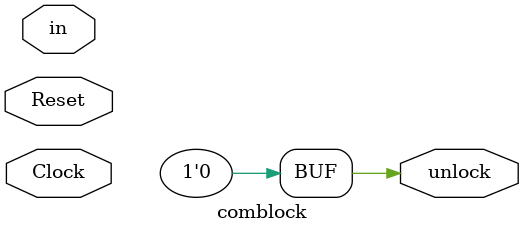
<source format=v>
`timescale 1ns / 1ps


module comblock(
 output  reg unlock,
    input in,
    input Clock,
    input Reset
    );
  reg current_state, next_state;
 parameter
  sx = 3'b0,
  s0 =3'b1,
  s01=3'b011,
  s011=3'b010,
  s0110=3'b100;
always @ (posedge Clock or negedge Reset) 
begin: STATE_MEMORY
 if (!Reset)
 current_state <=sx;
 else
 current_state<=next_state;
end


/* NEXT STATE LOG?C BLOCK)*/
always @(current_state )
 begin:Next_State_Logic
 case (current_state)
 sx: if (in==1'b0)
                next_state=s0 ;
                else next_state=current_state;
                
                  
s0:  if (in==1'b1)
    next_state= s01;
   else
     next_state=current_state;
 s01:
  if (in==1'b1)
    next_state= s011;
   else
     next_state=s0;
 s011:
  if (in==1'b1)
    next_state= sx;
   else
     next_state=s0110;
 
s0110: 
if (in==1'b1)
    next_state= s01;
   else
     next_state=s0;
default : next_state =sx; 
 
 endcase
end
/*output logic*/
always @ (current_state ) // moore machine
begin: OUTPUT_LOGIC
 case (current_state)
 s0110: unlock=1;
	 
 
    default :
               unlock=0;
     endcase 
end



    
endmodule

</source>
